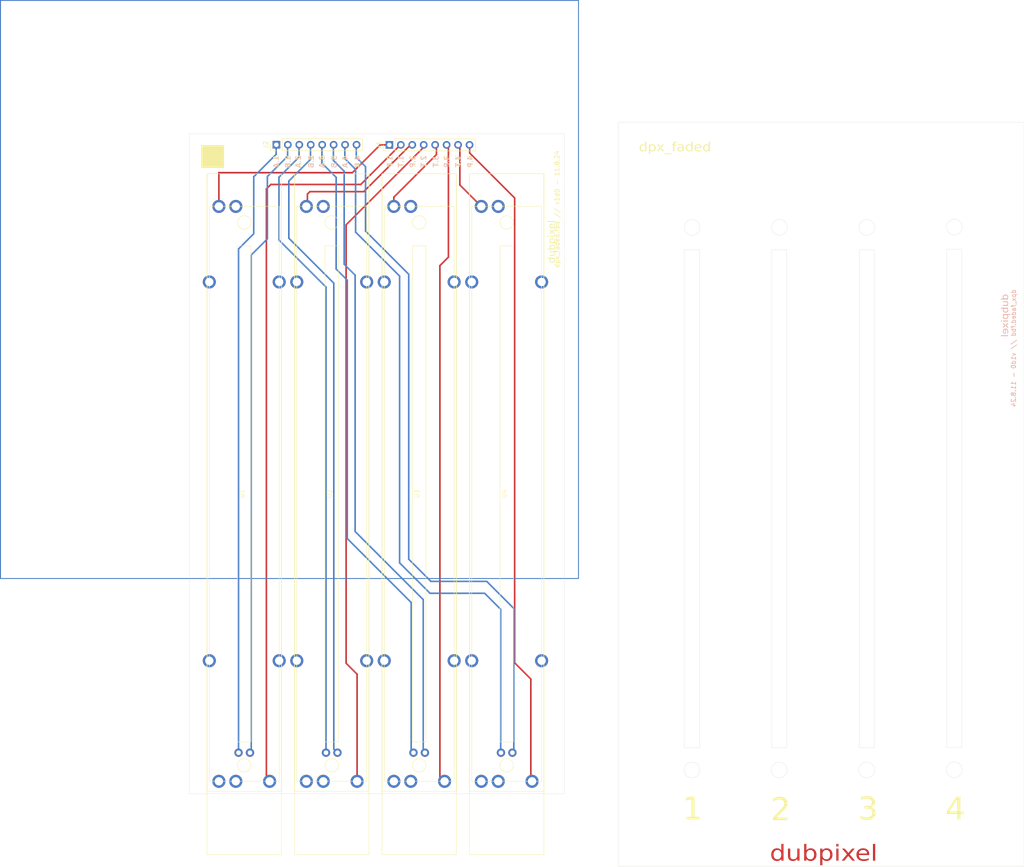
<source format=kicad_pcb>
(kicad_pcb (version 20240108) (generator "pcbnew") (generator_version "8.0")
  (layers (0 "F.Cu" signal) (1 "In1.Cu" signal) (2 "In2.Cu" signal) (31 "B.Cu" signal) (34 "B.Paste" user) (35 "F.Paste" user) (36 "B.SilkS" user "B.Silkscreen") (37 "F.SilkS" user "F.Silkscreen") (38 "B.Mask" user) (39 "F.Mask" user) (44 "Edge.Cuts" user))
  (net 0 "")
  (net 1 "VCC")
  (net 3 "/P1")
  (net 4 "GND")
  (net 5 "/M1_A")
  (net 7 "/P2")
  (net 8 "/M2_A")
  (net 9 "/M2_B")
  (net 10 "/M3_A")
  (net 11 "/M3_B")
  (net 13 "/P3")
  (net 15 "/M4_B")
  (net 16 "/M4_A")
  (net 17 "/P4")
  (net 18 "/T2")
  (net 19 "/T1")
  (net 20 "/T3")
  (net 21 "/T4")
  (net 22 "/M1_B")
  (footprint "Connector_PinHeader_2.54mm:PinHeader_1x08_P2.54mm_Vertical" (layer "F.Cu") (at 61.195 32 90)
    (property "Reference" "J2" (at 0 -2.33 90) (layer "F.SilkS"))
    (property "Value" "Conn_01x08_Pin")
    (fp_line (start -1.33 -1.33) (end 0 -1.33) (stroke (width 0.12)) (layer "F.SilkS"))
    (fp_line (start -1.33 0) (end -1.33 -1.33) (stroke (width 0.12)) (layer "F.SilkS"))
    (fp_line (start 1.33 1.27) (end 1.33 19.11) (stroke (width 0.12)) (layer "F.SilkS"))
    (fp_line (start -1.33 1.27) (end 1.33 1.27) (stroke (width 0.12)) (layer "F.SilkS"))
    (fp_line (start -1.33 1.27) (end -1.33 19.11) (stroke (width 0.12)) (layer "F.SilkS"))
    (fp_line (start -1.33 19.11) (end 1.33 19.11) (stroke (width 0.12)) (layer "F.SilkS"))
    (pad "1" thru_hole rect (at 0 0 90) (size 1.7 1.7) (drill 1) (layers "*.Cu" "*.Mask") (net 5 "/M1_A"))
    (pad "2" thru_hole oval (at 0 2.54 90) (size 1.7 1.7) (drill 1) (layers "*.Cu" "*.Mask") (net 22 "/M1_B"))
    (pad "3" thru_hole oval (at 0 5.08 90) (size 1.7 1.7) (drill 1) (layers "*.Cu" "*.Mask") (net 8 "/M2_A"))
    (pad "4" thru_hole oval (at 0 7.62 90) (size 1.7 1.7) (drill 1) (layers "*.Cu" "*.Mask") (net 9 "/M2_B"))
    (pad "5" thru_hole oval (at 0 10.16 90) (size 1.7 1.7) (drill 1) (layers "*.Cu" "*.Mask") (net 10 "/M3_A"))
    (pad "6" thru_hole oval (at 0 12.7 90) (size 1.7 1.7) (drill 1) (layers "*.Cu" "*.Mask") (net 11 "/M3_B"))
    (pad "7" thru_hole oval (at 0 15.24 90) (size 1.7 1.7) (drill 1) (layers "*.Cu" "*.Mask") (net 16 "/M4_A"))
    (pad "8" thru_hole oval (at 0 17.78 90) (size 1.7 1.7) (drill 1) (layers "*.Cu" "*.Mask") (net 15 "/M4_B"))
  )
  (footprint "DPX_CONTROL:Fader_apai_SC1009M" (layer "F.Cu") (at 73.47 109.43 90)
    (property "Reference" "U2" (at 0 -0.5 90) (layer "F.SilkS") (effects (font (thickness 0.1))))
    (property "Value" "~")
    (fp_rect (start -55 1.5) (end 55 -1.5) (stroke (width 0.1)) (fill none) (layer "F.SilkS"))
    (fp_rect (start -63.75 7.75) (end 63.75 -7.75) (stroke (width 0.1)) (fill none) (layer "F.SilkS"))
    (fp_rect (start -65.996668 8.25) (end 71 -8.25) (stroke (width 0.1)) (fill none) (layer "F.SilkS"))
    (fp_rect (start -80 8.25) (end 70.996668 -8.25) (stroke (width 0.1)) (fill none) (layer "F.SilkS"))
    (fp_circle (center 60.2 0) (end 61.7 0) (stroke (width 0.1)) (fill none) (layer "F.SilkS"))
    (fp_circle (center -60.2 0) (end -58.7 0) (stroke (width 0.1)) (fill none) (layer "F.SilkS"))
    (pad "1" thru_hole circle (at -63.75 -5.625 90) (size 2.9 2.9) (drill 1.85) (layers "*.Cu" "*.Mask") (net 4 "GND"))
    (pad "2" thru_hole circle (at 63.75 -5.625 90) (size 2.9 2.9) (drill 1.85) (layers "*.Cu" "*.Mask") (net 7 "/P2"))
    (pad "3" thru_hole circle (at 63.75 -1.875 90) (size 2.9 2.9) (drill 1.85) (layers "*.Cu" "*.Mask") (net 1 "VCC"))
    (pad "4" thru_hole circle (at -63.75 -1.875 90) (size 2.9 2.9) (drill 1.85) (layers "*.Cu" "*.Mask") (net 4 "GND"))
    (pad "5" thru_hole circle (at -57.4 -1.27 90) (size 1.85 1.85) (drill 1.02) (layers "*.Cu" "*.Mask") (net 8 "/M2_A"))
    (pad "6" thru_hole circle (at -57.4 1.27 90) (size 1.85 1.85) (drill 1.02) (layers "*.Cu" "*.Mask") (net 9 "/M2_B"))
    (pad "7" thru_hole circle (at -37 -7.75 90) (size 2.9 2.9) (drill 1.85) (layers "*.Cu" "*.Mask"))
    (pad "7" thru_hole circle (at -37 7.75 90) (size 2.9 2.9) (drill 1.85) (layers "*.Cu" "*.Mask"))
    (pad "7" thru_hole circle (at 47 -7.75 90) (size 2.9 2.9) (drill 1.85) (layers "*.Cu" "*.Mask"))
    (pad "7" thru_hole circle (at 47 7.75 90) (size 2.9 2.9) (drill 1.85) (layers "*.Cu" "*.Mask"))
    (pad "8" thru_hole circle (at -63.75 5.625 90) (size 2.9 2.9) (drill 1.85) (layers "*.Cu" "*.Mask") (net 18 "/T2"))
  )
  (footprint "DPX_CONTROL:Fader_apai_SC1009M" (layer "F.Cu") (at 112.27 109.43 90)
    (property "Reference" "U4" (at 0 -0.5 90) (layer "F.SilkS") (effects (font (thickness 0.1))))
    (property "Value" "~")
    (fp_rect (start -55 1.5) (end 55 -1.5) (stroke (width 0.1)) (fill none) (layer "F.SilkS"))
    (fp_rect (start -63.75 7.75) (end 63.75 -7.75) (stroke (width 0.1)) (fill none) (layer "F.SilkS"))
    (fp_rect (start -65.996668 8.25) (end 71 -8.25) (stroke (width 0.1)) (fill none) (layer "F.SilkS"))
    (fp_rect (start -80 8.25) (end 70.996668 -8.25) (stroke (width 0.1)) (fill none) (layer "F.SilkS"))
    (fp_circle (center 60.2 0) (end 61.7 0) (stroke (width 0.1)) (fill none) (layer "F.SilkS"))
    (fp_circle (center -60.2 0) (end -58.7 0) (stroke (width 0.1)) (fill none) (layer "F.SilkS"))
    (pad "1" thru_hole circle (at -63.75 -5.625 90) (size 2.9 2.9) (drill 1.85) (layers "*.Cu" "*.Mask") (net 4 "GND"))
    (pad "2" thru_hole circle (at 63.75 -5.625 90) (size 2.9 2.9) (drill 1.85) (layers "*.Cu" "*.Mask") (net 17 "/P4"))
    (pad "3" thru_hole circle (at 63.75 -1.875 90) (size 2.9 2.9) (drill 1.85) (layers "*.Cu" "*.Mask") (net 1 "VCC"))
    (pad "4" thru_hole circle (at -63.75 -1.875 90) (size 2.9 2.9) (drill 1.85) (layers "*.Cu" "*.Mask") (net 4 "GND"))
    (pad "5" thru_hole circle (at -57.4 -1.27 90) (size 1.85 1.85) (drill 1.02) (layers "*.Cu" "*.Mask") (net 16 "/M4_A"))
    (pad "6" thru_hole circle (at -57.4 1.27 90) (size 1.85 1.85) (drill 1.02) (layers "*.Cu" "*.Mask") (net 15 "/M4_B"))
    (pad "7" thru_hole circle (at -37 -7.75 90) (size 2.9 2.9) (drill 1.85) (layers "*.Cu" "*.Mask"))
    (pad "7" thru_hole circle (at -37 7.75 90) (size 2.9 2.9) (drill 1.85) (layers "*.Cu" "*.Mask"))
    (pad "7" thru_hole circle (at 47 -7.75 90) (size 2.9 2.9) (drill 1.85) (layers "*.Cu" "*.Mask"))
    (pad "7" thru_hole circle (at 47 7.75 90) (size 2.9 2.9) (drill 1.85) (layers "*.Cu" "*.Mask"))
    (pad "8" thru_hole circle (at -63.75 5.625 90) (size 2.9 2.9) (drill 1.85) (layers "*.Cu" "*.Mask") (net 21 "/T4"))
  )
  (footprint "DPX_CONTROL:Fader_apai_SC1009M" (layer "F.Cu") (at 92.87 109.43 90)
    (property "Reference" "U3" (at 0 -0.5 90) (layer "F.SilkS") (effects (font (thickness 0.1))))
    (property "Value" "~")
    (fp_rect (start -55 1.5) (end 55 -1.5) (stroke (width 0.1)) (fill none) (layer "F.SilkS"))
    (fp_rect (start -63.75 7.75) (end 63.75 -7.75) (stroke (width 0.1)) (fill none) (layer "F.SilkS"))
    (fp_rect (start -65.996668 8.25) (end 71 -8.25) (stroke (width 0.1)) (fill none) (layer "F.SilkS"))
    (fp_rect (start -80 8.25) (end 70.996668 -8.25) (stroke (width 0.1)) (fill none) (layer "F.SilkS"))
    (fp_circle (center 60.2 0) (end 61.7 0) (stroke (width 0.1)) (fill none) (layer "F.SilkS"))
    (fp_circle (center -60.2 0) (end -58.7 0) (stroke (width 0.1)) (fill none) (layer "F.SilkS"))
    (pad "1" thru_hole circle (at -63.75 -5.625 90) (size 2.9 2.9) (drill 1.85) (layers "*.Cu" "*.Mask") (net 4 "GND"))
    (pad "2" thru_hole circle (at 63.75 -5.625 90) (size 2.9 2.9) (drill 1.85) (layers "*.Cu" "*.Mask") (net 13 "/P3"))
    (pad "3" thru_hole circle (at 63.75 -1.875 90) (size 2.9 2.9) (drill 1.85) (layers "*.Cu" "*.Mask") (net 1 "VCC"))
    (pad "4" thru_hole circle (at -63.75 -1.875 90) (size 2.9 2.9) (drill 1.85) (layers "*.Cu" "*.Mask") (net 4 "GND"))
    (pad "5" thru_hole circle (at -57.4 -1.27 90) (size 1.85 1.85) (drill 1.02) (layers "*.Cu" "*.Mask") (net 10 "/M3_A"))
    (pad "6" thru_hole circle (at -57.4 1.27 90) (size 1.85 1.85) (drill 1.02) (layers "*.Cu" "*.Mask") (net 11 "/M3_B"))
    (pad "7" thru_hole circle (at -37 -7.75 90) (size 2.9 2.9) (drill 1.85) (layers "*.Cu" "*.Mask"))
    (pad "7" thru_hole circle (at -37 7.75 90) (size 2.9 2.9) (drill 1.85) (layers "*.Cu" "*.Mask"))
    (pad "7" thru_hole circle (at 47 -7.75 90) (size 2.9 2.9) (drill 1.85) (layers "*.Cu" "*.Mask"))
    (pad "7" thru_hole circle (at 47 7.75 90) (size 2.9 2.9) (drill 1.85) (layers "*.Cu" "*.Mask"))
    (pad "8" thru_hole circle (at -63.75 5.625 90) (size 2.9 2.9) (drill 1.85) (layers "*.Cu" "*.Mask") (net 20 "/T3"))
  )
  (footprint "DPX_CONTROL:Fader_apai_SC1009M" (layer "F.Cu") (at 54.07 109.43 90)
    (property "Reference" "U1" (at 0 -0.5 90) (layer "F.SilkS") (effects (font (thickness 0.1))))
    (property "Value" "~")
    (fp_rect (start -55 1.5) (end 55 -1.5) (stroke (width 0.1)) (fill none) (layer "F.SilkS"))
    (fp_rect (start -63.75 7.75) (end 63.75 -7.75) (stroke (width 0.1)) (fill none) (layer "F.SilkS"))
    (fp_rect (start -65.996668 8.25) (end 71 -8.25) (stroke (width 0.1)) (fill none) (layer "F.SilkS"))
    (fp_rect (start -80 8.25) (end 70.996668 -8.25) (stroke (width 0.1)) (fill none) (layer "F.SilkS"))
    (fp_circle (center 60.2 0) (end 61.7 0) (stroke (width 0.1)) (fill none) (layer "F.SilkS"))
    (fp_circle (center -60.2 0) (end -58.7 0) (stroke (width 0.1)) (fill none) (layer "F.SilkS"))
    (pad "1" thru_hole circle (at -63.75 -5.625 90) (size 2.9 2.9) (drill 1.85) (layers "*.Cu" "*.Mask") (net 4 "GND"))
    (pad "2" thru_hole circle (at 63.75 -5.625 90) (size 2.9 2.9) (drill 1.85) (layers "*.Cu" "*.Mask") (net 3 "/P1"))
    (pad "3" thru_hole circle (at 63.75 -1.875 90) (size 2.9 2.9) (drill 1.85) (layers "*.Cu" "*.Mask") (net 1 "VCC"))
    (pad "4" thru_hole circle (at -63.75 -1.875 90) (size 2.9 2.9) (drill 1.85) (layers "*.Cu" "*.Mask") (net 4 "GND"))
    (pad "5" thru_hole circle (at -57.4 -1.27 90) (size 1.85 1.85) (drill 1.02) (layers "*.Cu" "*.Mask") (net 5 "/M1_A"))
    (pad "6" thru_hole circle (at -57.4 1.27 90) (size 1.85 1.85) (drill 1.02) (layers "*.Cu" "*.Mask") (net 22 "/M1_B"))
    (pad "7" thru_hole circle (at -37 -7.75 90) (size 2.9 2.9) (drill 1.85) (layers "*.Cu" "*.Mask"))
    (pad "7" thru_hole circle (at -37 7.75 90) (size 2.9 2.9) (drill 1.85) (layers "*.Cu" "*.Mask"))
    (pad "7" thru_hole circle (at 47 -7.75 90) (size 2.9 2.9) (drill 1.85) (layers "*.Cu" "*.Mask"))
    (pad "7" thru_hole circle (at 47 7.75 90) (size 2.9 2.9) (drill 1.85) (layers "*.Cu" "*.Mask"))
    (pad "8" thru_hole circle (at -63.75 5.625 90) (size 2.9 2.9) (drill 1.85) (layers "*.Cu" "*.Mask") (net 19 "/T1"))
  )
  (footprint "Connector_PinHeader_2.54mm:PinHeader_1x08_P2.54mm_Vertical" (layer "F.Cu") (at 86.25 32.03 90)
    (property "Reference" "J1" (at 0 -2.33 90) (layer "F.SilkS"))
    (property "Value" "Conn_01x08_Pin")
    (fp_line (start -1.33 -1.33) (end 0 -1.33) (stroke (width 0.12)) (layer "F.SilkS"))
    (fp_line (start -1.33 0) (end -1.33 -1.33) (stroke (width 0.12)) (layer "F.SilkS"))
    (fp_line (start 1.33 1.27) (end 1.33 19.11) (stroke (width 0.12)) (layer "F.SilkS"))
    (fp_line (start -1.33 1.27) (end 1.33 1.27) (stroke (width 0.12)) (layer "F.SilkS"))
    (fp_line (start -1.33 1.27) (end -1.33 19.11) (stroke (width 0.12)) (layer "F.SilkS"))
    (fp_line (start -1.33 19.11) (end 1.33 19.11) (stroke (width 0.12)) (layer "F.SilkS"))
    (pad "1" thru_hole rect (at 0 0 90) (size 1.7 1.7) (drill 1) (layers "*.Cu" "*.Mask") (net 3 "/P1"))
    (pad "2" thru_hole oval (at 0 2.54 90) (size 1.7 1.7) (drill 1) (layers "*.Cu" "*.Mask") (net 19 "/T1"))
    (pad "3" thru_hole oval (at 0 5.08 90) (size 1.7 1.7) (drill 1) (layers "*.Cu" "*.Mask") (net 7 "/P2"))
    (pad "4" thru_hole oval (at 0 7.62 90) (size 1.7 1.7) (drill 1) (layers "*.Cu" "*.Mask") (net 18 "/T2"))
    (pad "5" thru_hole oval (at 0 10.16 90) (size 1.7 1.7) (drill 1) (layers "*.Cu" "*.Mask") (net 13 "/P3"))
    (pad "6" thru_hole oval (at 0 12.7 90) (size 1.7 1.7) (drill 1) (layers "*.Cu" "*.Mask") (net 20 "/T3"))
    (pad "7" thru_hole oval (at 0 15.24 90) (size 1.7 1.7) (drill 1) (layers "*.Cu" "*.Mask") (net 17 "/P4"))
    (pad "8" thru_hole oval (at 0 17.78 90) (size 1.7 1.7) (drill 1) (layers "*.Cu" "*.Mask") (net 21 "/T4"))
  )
  (gr_line (start 0 0) (end 0 128.2) (stroke (width 0.2)) (layer "B.Cu"))
  (gr_rect (start 0 0) (end 128.2 128.2) (stroke (width 0.2)) (fill none) (layer "B.Cu"))
  (gr_rect (start 44.55 32.11) (end 49.57 37.13) (stroke (width 0.05)) (fill solid) (layer "F.SilkS"))
  (gr_circle (center 192.118314 170.673105) (end 193.868314 170.673105) (stroke (width 0.05)) (fill none) (layer "Edge.Cuts"))
  (gr_circle (center 172.75 50.31) (end 174.5 50.31) (stroke (width 0.05)) (fill none) (layer "Edge.Cuts"))
  (gr_rect (start 209.848314 55.213105) (end 213.218314 165.673105) (stroke (width 0.05)) (fill none) (layer "Edge.Cuts"))
  (gr_circle (center 153.36 170.67) (end 155.11 170.67) (stroke (width 0.05)) (fill none) (layer "Edge.Cuts"))
  (gr_rect (start 41.92 29.59) (end 125.07 175.9) (stroke (width 0.05)) (fill none) (layer "Edge.Cuts"))
  (gr_circle (center 211.528314 170.623105) (end 213.278314 170.623105) (stroke (width 0.05)) (fill none) (layer "Edge.Cuts"))
  (gr_circle (center 153.391686 50.316895) (end 155.141686 50.316895) (stroke (width 0.05)) (fill none) (layer "Edge.Cuts"))
  (gr_rect (start 190.438314 55.263105) (end 193.808314 165.723105) (stroke (width 0.05)) (fill none) (layer "Edge.Cuts"))
  (gr_rect (start 151.68 55.26) (end 155.05 165.72) (stroke (width 0.05)) (fill none) (layer "Edge.Cuts"))
  (gr_circle (center 211.56 50.27) (end 213.31 50.27) (stroke (width 0.05)) (fill none) (layer "Edge.Cuts"))
  (gr_rect (start 137 27) (end 227 192) (stroke (width 0.05)) (fill none) (layer "Edge.Cuts"))
  (gr_circle (center 192.15 50.32) (end 193.9 50.32) (stroke (width 0.05)) (fill none) (layer "Edge.Cuts"))
  (gr_circle (center 172.718314 170.663105) (end 174.468314 170.663105) (stroke (width 0.05)) (fill none) (layer "Edge.Cuts"))
  (gr_rect (start 171.038314 55.253105) (end 174.408314 165.713105) (stroke (width 0.05)) (fill none) (layer "Edge.Cuts"))
  (gr_text "dubpixel" (at 182.58 189.33 0) (layer "F.Cu") (effects (font (size 3.5 4))))
  (gr_text "3.P" (at 99.77 34.41 90) (layer "B.SilkS") (effects (font (size 1.2 1.2)) (justify left bottom mirror)))
  (gr_text "4.B" (at 79.99 34.41 90) (layer "B.SilkS") (effects (font (size 1.2 1.2)) (justify left bottom mirror)))
  (gr_text "1.P" (at 87.14 34.41 90) (layer "B.SilkS") (effects (font (size 1.2 1.2)) (justify left bottom mirror)))
  (gr_text "4.P" (at 104.95 34.41 90) (layer "B.SilkS") (effects (font (size 1.2 1.2)) (justify left bottom mirror)))
  (gr_text "3.A" (at 72.08 34.41 90) (layer "B.SilkS") (effects (font (size 1.2 1.2)) (justify left bottom mirror)))
  (gr_text "1.A" (at 61.91 34.41 90) (layer "B.SilkS") (effects (font (size 1.2 1.2)) (justify left bottom mirror)))
  (gr_text "2.A" (at 66.84 34.41 90) (layer "B.SilkS") (effects (font (size 1.2 1.2)) (justify left bottom mirror)))
  (gr_text "1.B" (at 64.53 34.41 90) (layer "B.SilkS") (effects (font (size 1.2 1.2)) (justify left bottom mirror)))
  (gr_text "2.P" (at 92.19 34.41 90) (layer "B.SilkS") (effects (font (size 1.2 1.2)) (justify left bottom mirror)))
  (gr_text "dubpixel" (at 223.73 69.88 90) (layer "B.SilkS") (effects (font (size 1.5 1.6)) (justify bottom mirror)))
  (gr_text "2.T" (at 94.63 34.41 90) (layer "B.SilkS") (effects (font (size 1.2 1.2)) (justify left bottom mirror)))
  (gr_text "1.T" (at 89.58 34.41 90) (layer "B.SilkS") (effects (font (size 1.2 1.2)) (justify left bottom mirror)))
  (gr_text "3.T" (at 97.33 34.41 90) (layer "B.SilkS") (effects (font (size 1.2 1.2)) (justify left bottom mirror)))
  (gr_text "3.B" (at 74.76 34.41 90) (layer "B.SilkS") (effects (font (size 1.2 1.2)) (justify left bottom mirror)))
  (gr_text "2.B" (at 69.67 34.41 90) (layer "B.SilkS") (effects (font (size 1.2 1.2)) (justify left bottom mirror)))
  (gr_text "4.T" (at 102.31 34.41 90) (layer "B.SilkS") (effects (font (size 1.2 1.2)) (justify left bottom mirror)))
  (gr_text "4.A" (at 77.23 34.41 90) (layer "B.SilkS") (effects (font (size 1.2 1.2)) (justify left bottom mirror)))
  (gr_text "dpx_faded.fbd // v1d0 - 11.8.24" (at 225.28 64.01 90) (layer "B.SilkS") (effects (font (size 1 1)) (justify left bottom mirror)))
  (gr_text "3.B" (at 74.76 37 90) (layer "F.SilkS") (effects (font (size 1.2 1.2)) (justify left bottom)))
  (gr_text "3.P" (at 99.77 37 90) (layer "F.SilkS") (effects (font (size 1.2 1.2)) (justify left bottom)))
  (gr_text "dubpixel" (at 123.2 53.5 90) (layer "F.SilkS") (effects (font (size 1.5 1.6)) (justify bottom)))
  (gr_text "1.T" (at 89.58 37 90) (layer "F.SilkS") (effects (font (size 1.2 1.2)) (justify left bottom)))
  (gr_text "3" (at 190.19 182.5 0) (layer "F.SilkS") (effects (font (size 5 5)) (justify left bottom)))
  (gr_text "1.P" (at 87.14 37 90) (layer "F.SilkS") (effects (font (size 1.2 1.2)) (justify left bottom)))
  (gr_text "2" (at 170.82 182.64 0) (layer "F.SilkS") (effects (font (size 5 5)) (justify left bottom)))
  (gr_text "1.A" (at 61.91 37 90) (layer "F.SilkS") (effects (font (size 1.2 1.2)) (justify left bottom)))
  (gr_text "1" (at 151.26 182.5 0) (layer "F.SilkS") (effects (font (size 5 5)) (justify left bottom)))
  (gr_text "3.T" (at 97.33 37 90) (layer "F.SilkS") (effects (font (size 1.2 1.2)) (justify left bottom)))
  (gr_text "4.P" (at 104.95 37 90) (layer "F.SilkS") (effects (font (size 1.2 1.2)) (justify left bottom)))
  (gr_text "3.A" (at 72.08 37 90) (layer "F.SilkS") (effects (font (size 1.2 1.2)) (justify left bottom)))
  (gr_text "2.A" (at 66.84 37 90) (layer "F.SilkS") (effects (font (size 1.2 1.2)) (justify left bottom)))
  (gr_text "4.T" (at 102.31 37 90) (layer "F.SilkS") (effects (font (size 1.2 1.2)) (justify left bottom)))
  (gr_text "4.A" (at 77.23 37 90) (layer "F.SilkS") (effects (font (size 1.2 1.2)) (justify left bottom)))
  (gr_text "4.B" (at 79.99 37 90) (layer "F.SilkS") (effects (font (size 1.2 1.2)) (justify left bottom)))
  (gr_text "1.B" (at 64.53 37 90) (layer "F.SilkS") (effects (font (size 1.2 1.2)) (justify left bottom)))
  (gr_text "2.T" (at 94.63 37 90) (layer "F.SilkS") (effects (font (size 1.2 1.2)) (justify left bottom)))
  (gr_text "dpx_faded.fbd // v1d0 - 11.8.24" (at 124.04 59.4 90) (layer "F.SilkS") (effects (font (size 1 1)) (justify left bottom)))
  (gr_text "2.B" (at 69.67 37 90) (layer "F.SilkS") (effects (font (size 1.2 1.2)) (justify left bottom)))
  (gr_text "dpx_faded" (at 149.6 32.62 0) (layer "F.SilkS") (effects (font (size 2 2.2))))
  (gr_text "4" (at 209.56 182.5 0) (layer "F.SilkS") (effects (font (size 5 5)) (justify left bottom)))
  (gr_text "2.P" (at 92.19 37 90) (layer "F.SilkS") (effects (font (size 1.2 1.2)) (justify left bottom)))
  (segment (start 84.21 32.03) (end 86.25 32.03) (width 0.35) (layer "F.Cu") (net 3))
  (segment (start 78.05 38.19) (end 84.21 32.03) (width 0.35) (layer "F.Cu") (net 3))
  (segment (start 48.445 45.68) (end 48.445 38.215) (width 0.35) (layer "F.Cu") (net 3))
  (segment (start 48.445 38.215) (end 48.42 38.19) (width 0.35) (layer "F.Cu") (net 3))
  (segment (start 48.42 38.19) (end 78.05 38.19) (width 0.35) (layer "F.Cu") (net 3))
  (segment (start 61.14 32.055) (end 61.195 32) (width 0.35) (layer "B.Cu") (net 5))
  (segment (start 56.17 39.1) (end 61.14 34.13) (width 0.35) (layer "B.Cu") (net 5))
  (segment (start 56.17 51.74) (end 56.17 39.1) (width 0.35) (layer "B.Cu") (net 5))
  (segment (start 52.8 166.83) (end 52.8 55.11) (width 0.35) (layer "B.Cu") (net 5))
  (segment (start 52.8 55.11) (end 56.17 51.74) (width 0.35) (layer "B.Cu") (net 5))
  (segment (start 61.14 34.13) (end 61.14 32.055) (width 0.35) (layer "B.Cu") (net 5))
  (segment (start 68.08 45.445) (end 67.845 45.68) (width 0.35) (layer "F.Cu") (net 7))
  (segment (start 90.95 32.03) (end 80.58 42.4) (width 0.35) (layer "F.Cu") (net 7))
  (segment (start 80.58 42.4) (end 68.63 42.4) (width 0.35) (layer "F.Cu") (net 7))
  (segment (start 68.63 42.4) (end 68.08 42.95) (width 0.35) (layer "F.Cu") (net 7))
  (segment (start 91.33 32.03) (end 90.95 32.03) (width 0.35) (layer "F.Cu") (net 7))
  (segment (start 68.08 42.95) (end 68.08 45.445) (width 0.35) (layer "F.Cu") (net 7))
  (segment (start 72.2 166.83) (end 72.2 63.57) (width 0.35) (layer "B.Cu") (net 8))
  (segment (start 66.22 34.75) (end 66.22 32.055) (width 0.35) (layer "B.Cu") (net 8))
  (segment (start 66.22 32.055) (end 66.275 32) (width 0.35) (layer "B.Cu") (net 8))
  (segment (start 72.2 63.57) (end 61.77 53.14) (width 0.35) (layer "B.Cu") (net 8))
  (segment (start 61.77 39.2) (end 66.22 34.75) (width 0.35) (layer "B.Cu") (net 8))
  (segment (start 61.77 53.14) (end 61.77 39.2) (width 0.35) (layer "B.Cu") (net 8))
  (segment (start 63.96 52.73) (end 73.93 62.7) (width 0.35) (layer "B.Cu") (net 9))
  (segment (start 68.76 35.25) (end 63.96 40.05) (width 0.35) (layer "B.Cu") (net 9))
  (segment (start 73.93 62.7) (end 73.93 166.02) (width 0.35) (layer "B.Cu") (net 9))
  (segment (start 68.76 32.055) (end 68.76 35.25) (width 0.35) (layer "B.Cu") (net 9))
  (segment (start 68.815 32) (end 68.76 32.055) (width 0.35) (layer "B.Cu") (net 9))
  (segment (start 73.93 166.02) (end 74.74 166.83) (width 0.35) (layer "B.Cu") (net 9))
  (segment (start 63.96 40.05) (end 63.96 52.73) (width 0.35) (layer "B.Cu") (net 9))
  (segment (start 76.92 62.04) (end 76.92 119.35) (width 0.35) (layer "B.Cu") (net 10))
  (segment (start 71.355 32) (end 71.3 32.055) (width 0.35) (layer "B.Cu") (net 10))
  (segment (start 71.3 32.055) (end 71.3 36.08) (width 0.35) (layer "B.Cu") (net 10))
  (segment (start 74.45 59.57) (end 76.92 62.04) (width 0.35) (layer "B.Cu") (net 10))
  (segment (start 91.09 133.52) (end 91.09 166.32) (width 0.35) (layer "B.Cu") (net 10))
  (segment (start 91.09 166.32) (end 91.6 166.83) (width 0.35) (layer "B.Cu") (net 10))
  (segment (start 76.92 119.35) (end 91.09 133.52) (width 0.35) (layer "B.Cu") (net 10))
  (segment (start 71.3 36.08) (end 74.45 39.23) (width 0.35) (layer "B.Cu") (net 10))
  (segment (start 74.45 39.23) (end 74.45 59.57) (width 0.35) (layer "B.Cu") (net 10))
  (segment (start 93.77 166.46) (end 94.14 166.83) (width 0.35) (layer "B.Cu") (net 11))
  (segment (start 93.77 132.89) (end 93.77 166.46) (width 0.35) (layer "B.Cu") (net 11))
  (segment (start 78.66 60.93) (end 78.66 117.78) (width 0.35) (layer "B.Cu") (net 11))
  (segment (start 76.23 58.5) (end 78.66 60.93) (width 0.35) (layer "B.Cu") (net 11))
  (segment (start 76.23 37.88) (end 76.23 58.5) (width 0.35) (layer "B.Cu") (net 11))
  (segment (start 73.895 32) (end 73.84 32.055) (width 0.35) (layer "B.Cu") (net 11))
  (segment (start 73.84 35.49) (end 76.23 37.88) (width 0.35) (layer "B.Cu") (net 11))
  (segment (start 73.84 32.055) (end 73.84 35.49) (width 0.35) (layer "B.Cu") (net 11))
  (segment (start 78.66 117.78) (end 93.77 132.89) (width 0.35) (layer "B.Cu") (net 11))
  (segment (start 96.69 34.19) (end 96.69 32.31) (width 0.35) (layer "F.Cu") (net 13))
  (segment (start 87.245 45.68) (end 87.245 43.635) (width 0.35) (layer "F.Cu") (net 13))
  (segment (start 96.69 32.31) (end 96.41 32.03) (width 0.35) (layer "F.Cu") (net 13))
  (segment (start 87.245 43.635) (end 96.69 34.19) (width 0.35) (layer "F.Cu") (net 13))
  (segment (start 80.97 51.15) (end 90.54 60.72) (width 0.35) (layer "B.Cu") (net 15))
  (segment (start 95.47 128.84) (end 107.85 128.84) (width 0.35) (layer "B.Cu") (net 15))
  (segment (start 113.85 166.52) (end 113.54 166.83) (width 0.35) (layer "B.Cu") (net 15))
  (segment (start 80.97 36.87) (end 80.97 51.15) (width 0.35) (layer "B.Cu") (net 15))
  (segment (start 78.92 32.055) (end 78.92 34.82) (width 0.35) (layer "B.Cu") (net 15))
  (segment (start 107.85 128.84) (end 113.85 134.84) (width 0.35) (layer "B.Cu") (net 15))
  (segment (start 90.54 60.72) (end 90.54 123.91) (width 0.35) (layer "B.Cu") (net 15))
  (segment (start 78.92 34.82) (end 80.97 36.87) (width 0.35) (layer "B.Cu") (net 15))
  (segment (start 78.975 32) (end 78.92 32.055) (width 0.35) (layer "B.Cu") (net 15))
  (segment (start 113.85 134.84) (end 113.85 166.52) (width 0.35) (layer "B.Cu") (net 15))
  (segment (start 90.54 123.91) (end 95.47 128.84) (width 0.35) (layer "B.Cu") (net 15))
  (segment (start 76.38 35.08) (end 78.76 37.46) (width 0.35) (layer "B.Cu") (net 16))
  (segment (start 78.76 51.37) (end 88.52 61.13) (width 0.35) (layer "B.Cu") (net 16))
  (segment (start 78.76 37.46) (end 78.76 51.37) (width 0.35) (layer "B.Cu") (net 16))
  (segment (start 76.38 32.055) (end 76.38 35.08) (width 0.35) (layer "B.Cu") (net 16))
  (segment (start 88.52 124.73) (end 95.27 131.48) (width 0.35) (layer "B.Cu") (net 16))
  (segment (start 110.94 135.03) (end 110.94 166.77) (width 0.35) (layer "B.Cu") (net 16))
  (segment (start 88.52 61.13) (end 88.52 124.73) (width 0.35) (layer "B.Cu") (net 16))
  (segment (start 95.27 131.48) (end 107.39 131.48) (width 0.35) (layer "B.Cu") (net 16))
  (segment (start 76.435 32) (end 76.38 32.055) (width 0.35) (layer "B.Cu") (net 16))
  (segment (start 107.39 131.48) (end 110.94 135.03) (width 0.35) (layer "B.Cu") (net 16))
  (segment (start 110.94 166.77) (end 111 166.83) (width 0.35) (layer "B.Cu") (net 16))
  (segment (start 101.49 32.03) (end 101.89 32.43) (width 0.35) (layer "F.Cu") (net 17))
  (segment (start 101.89 32.43) (end 101.89 40.925) (width 0.35) (layer "F.Cu") (net 17))
  (segment (start 101.89 40.925) (end 106.645 45.68) (width 0.35) (layer "F.Cu") (net 17))
  (segment (start 76.66 49.76) (end 93.87 32.55) (width 0.35) (layer "F.Cu") (net 18))
  (segment (start 79.095 149.425) (end 76.66 146.99) (width 0.35) (layer "F.Cu") (net 18))
  (segment (start 79.095 173.18) (end 79.095 149.425) (width 0.35) (layer "F.Cu") (net 18))
  (segment (start 76.66 146.99) (end 76.66 49.76) (width 0.35) (layer "F.Cu") (net 18))
  (segment (start 93.87 32.55) (end 93.87 32.03) (width 0.35) (layer "F.Cu") (net 18))
  (segment (start 58.98 172.465) (end 59.695 173.18) (width 0.35) (layer "F.Cu") (net 19))
  (segment (start 88.69 32.03) (end 79.91 40.81) (width 0.35) (layer "F.Cu") (net 19))
  (segment (start 88.79 32.03) (end 88.69 32.03) (width 0.35) (layer "F.Cu") (net 19))
  (segment (start 58.98 41.8) (end 58.98 172.465) (width 0.35) (layer "F.Cu") (net 19))
  (segment (start 79.91 40.81) (end 59.97 40.81) (width 0.35) (layer "F.Cu") (net 19))
  (segment (start 59.97 40.81) (end 58.98 41.8) (width 0.35) (layer "F.Cu") (net 19))
  (segment (start 97.46 58.81) (end 97.46 172.145) (width 0.35) (layer "F.Cu") (net 20))
  (segment (start 97.46 172.145) (end 98.495 173.18) (width 0.35) (layer "F.Cu") (net 20))
  (segment (start 98.95 32.03) (end 99.35 32.43) (width 0.35) (layer "F.Cu") (net 20))
  (segment (start 99.35 56.92) (end 97.46 58.81) (width 0.35) (layer "F.Cu") (net 20))
  (segment (start 99.35 32.43) (end 99.35 56.92) (width 0.35) (layer "F.Cu") (net 20))
  (segment (start 104.06 33.83) (end 114.04 43.81) (width 0.35) (layer "F.Cu") (net 21))
  (segment (start 117.63 150.5) (end 117.63 172.915) (width 0.35) (layer "F.Cu") (net 21))
  (segment (start 117.63 172.915) (end 117.895 173.18) (width 0.35) (layer "F.Cu") (net 21))
  (segment (start 114.04 43.81) (end 114.04 146.91) (width 0.35) (layer "F.Cu") (net 21))
  (segment (start 104.06 32.06) (end 104.06 33.83) (width 0.35) (layer "F.Cu") (net 21))
  (segment (start 104.03 32.03) (end 104.06 32.06) (width 0.35) (layer "F.Cu") (net 21))
  (segment (start 114.04 146.91) (end 117.63 150.5) (width 0.35) (layer "F.Cu") (net 21))
  (segment (start 55.62 166.55) (end 55.34 166.83) (width 0.35) (layer "B.Cu") (net 22))
  (segment (start 63.68 32.055) (end 63.68 34.56) (width 0.35) (layer "B.Cu") (net 22))
  (segment (start 59.2 52.87) (end 55.62 56.45) (width 0.35) (layer "B.Cu") (net 22))
  (segment (start 63.735 32) (end 63.68 32.055) (width 0.35) (layer "B.Cu") (net 22))
  (segment (start 55.62 56.45) (end 55.62 166.55) (width 0.35) (layer "B.Cu") (net 22))
  (segment (start 63.68 34.56) (end 59.2 39.04) (width 0.35) (layer "B.Cu") (net 22))
  (segment (start 59.2 39.04) (end 59.2 52.87) (width 0.35) (layer "B.Cu") (net 22))
)
</source>
